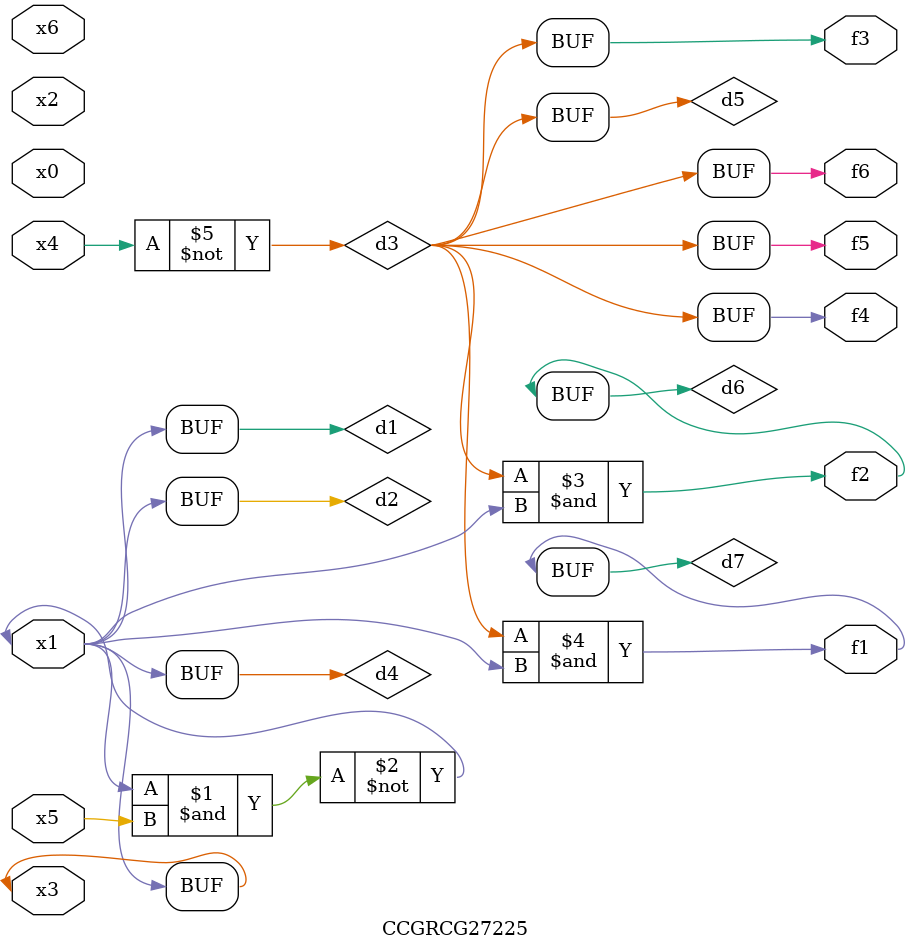
<source format=v>
module CCGRCG27225(
	input x0, x1, x2, x3, x4, x5, x6,
	output f1, f2, f3, f4, f5, f6
);

	wire d1, d2, d3, d4, d5, d6, d7;

	buf (d1, x1, x3);
	nand (d2, x1, x5);
	not (d3, x4);
	buf (d4, d1, d2);
	buf (d5, d3);
	and (d6, d3, d4);
	and (d7, d3, d4);
	assign f1 = d7;
	assign f2 = d6;
	assign f3 = d5;
	assign f4 = d5;
	assign f5 = d5;
	assign f6 = d5;
endmodule

</source>
